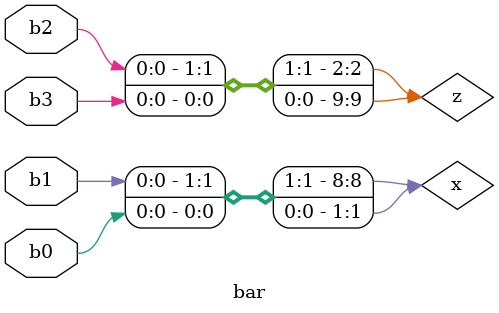
<source format=sv>

module foo (input logic [8:1] x, output logic [2:9] z);
    assign z = x;
    // CHECK: %x.prb = prb i8$ %x
    // CHECK: drv i8$ %z, %x.prb, %1

    logic b0, b1, b2, b3;
    assign b0 = x[1];
    // CHECK: %2 = exts i1, i8 %x.prb, 0, 1
    // CHECK: drv i1$ %b0, %2, %1
    assign b1 = x[8];
    // CHECK: %3 = exts i1, i8 %x.prb, 7, 1
    // CHECK: drv i1$ %b1, %6, %1
    assign b2 = z[2];
    // CHECK: %z.prb = prb i8$ %z
    // CHECK: %7 = exts i1, i8 %z.prb, 0, 1
    // CHECK: drv i1$ %b2, %7, %1
    assign b3 = z[9];
    // CHECK: %8 = exts i1, i8 %z.prb, 7, 1
    // CHECK: drv i1$ %b3, %10, %1
endmodule
// CHECK: }

// CHECK: entity @bar (i1$ %b0, i1$ %b1, i1$ %b2, i1$ %b3) -> () {
module bar (input logic b0, b1, b2, b3);
    logic [8:1] x;
    logic [2:9] z;
    assign x[1] = b0;
    // CHECK: %1 = exts i1$, i8$ %x, 0, 1
    // CHECK: %b0.prb = prb i1$ %b0
    // CHECK: drv i1$ %1, %b0.prb, %2
    assign x[8] = b1;
    // CHECK: %3 = const i32 7
    // CHECK: %5 = shr i8$ %x, i8$ %4, i32 %3
    // CHECK: %6 = exts i1$, i8$ %5, 0, 1
    // CHECK: %b1.prb = prb i1$ %b1
    // CHECK: drv i1$ %6, %b1.prb, %2
    assign z[2] = b2;
    // CHECK: %7 = exts i1$, i8$ %z, 0, 1
    // CHECK: %b2.prb = prb i1$ %b2
    // CHECK: drv i1$ %7, %b2.prb, %2
    assign z[9] = b3;
    // CHECK: %9 = shr i8$ %z, i8$ %8, i32 %3
    // CHECK: %10 = exts i1$, i8$ %9, 0, 1
    // CHECK: %b3.prb = prb i1$ %b3
    // CHECK: drv i1$ %10, %b3.prb, %2
endmodule
// CHECK: }

</source>
